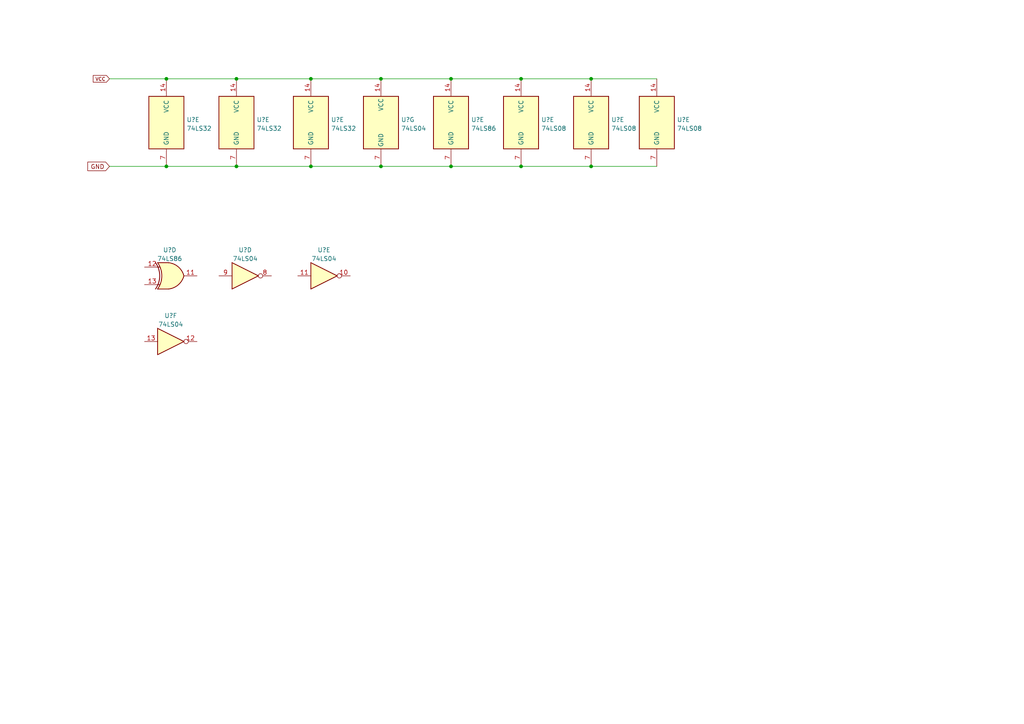
<source format=kicad_sch>
(kicad_sch (version 20211123) (generator eeschema)

  (uuid 5a96bc7d-12e7-49b1-b708-fb960b7caf3d)

  (paper "A4")

  (lib_symbols
    (symbol "74xx:74LS04" (in_bom yes) (on_board yes)
      (property "Reference" "U" (id 0) (at 0 1.27 0)
        (effects (font (size 1.27 1.27)))
      )
      (property "Value" "74LS04" (id 1) (at 0 -1.27 0)
        (effects (font (size 1.27 1.27)))
      )
      (property "Footprint" "" (id 2) (at 0 0 0)
        (effects (font (size 1.27 1.27)) hide)
      )
      (property "Datasheet" "http://www.ti.com/lit/gpn/sn74LS04" (id 3) (at 0 0 0)
        (effects (font (size 1.27 1.27)) hide)
      )
      (property "ki_locked" "" (id 4) (at 0 0 0)
        (effects (font (size 1.27 1.27)))
      )
      (property "ki_keywords" "TTL not inv" (id 5) (at 0 0 0)
        (effects (font (size 1.27 1.27)) hide)
      )
      (property "ki_description" "Hex Inverter" (id 6) (at 0 0 0)
        (effects (font (size 1.27 1.27)) hide)
      )
      (property "ki_fp_filters" "DIP*W7.62mm* SSOP?14* TSSOP?14*" (id 7) (at 0 0 0)
        (effects (font (size 1.27 1.27)) hide)
      )
      (symbol "74LS04_1_0"
        (polyline
          (pts
            (xy -3.81 3.81)
            (xy -3.81 -3.81)
            (xy 3.81 0)
            (xy -3.81 3.81)
          )
          (stroke (width 0.254) (type default) (color 0 0 0 0))
          (fill (type background))
        )
        (pin input line (at -7.62 0 0) (length 3.81)
          (name "~" (effects (font (size 1.27 1.27))))
          (number "1" (effects (font (size 1.27 1.27))))
        )
        (pin output inverted (at 7.62 0 180) (length 3.81)
          (name "~" (effects (font (size 1.27 1.27))))
          (number "2" (effects (font (size 1.27 1.27))))
        )
      )
      (symbol "74LS04_2_0"
        (polyline
          (pts
            (xy -3.81 3.81)
            (xy -3.81 -3.81)
            (xy 3.81 0)
            (xy -3.81 3.81)
          )
          (stroke (width 0.254) (type default) (color 0 0 0 0))
          (fill (type background))
        )
        (pin input line (at -7.62 0 0) (length 3.81)
          (name "~" (effects (font (size 1.27 1.27))))
          (number "3" (effects (font (size 1.27 1.27))))
        )
        (pin output inverted (at 7.62 0 180) (length 3.81)
          (name "~" (effects (font (size 1.27 1.27))))
          (number "4" (effects (font (size 1.27 1.27))))
        )
      )
      (symbol "74LS04_3_0"
        (polyline
          (pts
            (xy -3.81 3.81)
            (xy -3.81 -3.81)
            (xy 3.81 0)
            (xy -3.81 3.81)
          )
          (stroke (width 0.254) (type default) (color 0 0 0 0))
          (fill (type background))
        )
        (pin input line (at -7.62 0 0) (length 3.81)
          (name "~" (effects (font (size 1.27 1.27))))
          (number "5" (effects (font (size 1.27 1.27))))
        )
        (pin output inverted (at 7.62 0 180) (length 3.81)
          (name "~" (effects (font (size 1.27 1.27))))
          (number "6" (effects (font (size 1.27 1.27))))
        )
      )
      (symbol "74LS04_4_0"
        (polyline
          (pts
            (xy -3.81 3.81)
            (xy -3.81 -3.81)
            (xy 3.81 0)
            (xy -3.81 3.81)
          )
          (stroke (width 0.254) (type default) (color 0 0 0 0))
          (fill (type background))
        )
        (pin output inverted (at 7.62 0 180) (length 3.81)
          (name "~" (effects (font (size 1.27 1.27))))
          (number "8" (effects (font (size 1.27 1.27))))
        )
        (pin input line (at -7.62 0 0) (length 3.81)
          (name "~" (effects (font (size 1.27 1.27))))
          (number "9" (effects (font (size 1.27 1.27))))
        )
      )
      (symbol "74LS04_5_0"
        (polyline
          (pts
            (xy -3.81 3.81)
            (xy -3.81 -3.81)
            (xy 3.81 0)
            (xy -3.81 3.81)
          )
          (stroke (width 0.254) (type default) (color 0 0 0 0))
          (fill (type background))
        )
        (pin output inverted (at 7.62 0 180) (length 3.81)
          (name "~" (effects (font (size 1.27 1.27))))
          (number "10" (effects (font (size 1.27 1.27))))
        )
        (pin input line (at -7.62 0 0) (length 3.81)
          (name "~" (effects (font (size 1.27 1.27))))
          (number "11" (effects (font (size 1.27 1.27))))
        )
      )
      (symbol "74LS04_6_0"
        (polyline
          (pts
            (xy -3.81 3.81)
            (xy -3.81 -3.81)
            (xy 3.81 0)
            (xy -3.81 3.81)
          )
          (stroke (width 0.254) (type default) (color 0 0 0 0))
          (fill (type background))
        )
        (pin output inverted (at 7.62 0 180) (length 3.81)
          (name "~" (effects (font (size 1.27 1.27))))
          (number "12" (effects (font (size 1.27 1.27))))
        )
        (pin input line (at -7.62 0 0) (length 3.81)
          (name "~" (effects (font (size 1.27 1.27))))
          (number "13" (effects (font (size 1.27 1.27))))
        )
      )
      (symbol "74LS04_7_0"
        (pin power_in line (at 0 12.7 270) (length 5.08)
          (name "VCC" (effects (font (size 1.27 1.27))))
          (number "14" (effects (font (size 1.27 1.27))))
        )
        (pin power_in line (at 0 -12.7 90) (length 5.08)
          (name "GND" (effects (font (size 1.27 1.27))))
          (number "7" (effects (font (size 1.27 1.27))))
        )
      )
      (symbol "74LS04_7_1"
        (rectangle (start -5.08 7.62) (end 5.08 -7.62)
          (stroke (width 0.254) (type default) (color 0 0 0 0))
          (fill (type background))
        )
      )
    )
    (symbol "74xx:74LS08" (pin_names (offset 1.016)) (in_bom yes) (on_board yes)
      (property "Reference" "U" (id 0) (at 0 1.27 0)
        (effects (font (size 1.27 1.27)))
      )
      (property "Value" "74LS08" (id 1) (at 0 -1.27 0)
        (effects (font (size 1.27 1.27)))
      )
      (property "Footprint" "" (id 2) (at 0 0 0)
        (effects (font (size 1.27 1.27)) hide)
      )
      (property "Datasheet" "http://www.ti.com/lit/gpn/sn74LS08" (id 3) (at 0 0 0)
        (effects (font (size 1.27 1.27)) hide)
      )
      (property "ki_locked" "" (id 4) (at 0 0 0)
        (effects (font (size 1.27 1.27)))
      )
      (property "ki_keywords" "TTL and2" (id 5) (at 0 0 0)
        (effects (font (size 1.27 1.27)) hide)
      )
      (property "ki_description" "Quad And2" (id 6) (at 0 0 0)
        (effects (font (size 1.27 1.27)) hide)
      )
      (property "ki_fp_filters" "DIP*W7.62mm*" (id 7) (at 0 0 0)
        (effects (font (size 1.27 1.27)) hide)
      )
      (symbol "74LS08_1_1"
        (arc (start 0 -3.81) (mid 3.81 0) (end 0 3.81)
          (stroke (width 0.254) (type default) (color 0 0 0 0))
          (fill (type background))
        )
        (polyline
          (pts
            (xy 0 3.81)
            (xy -3.81 3.81)
            (xy -3.81 -3.81)
            (xy 0 -3.81)
          )
          (stroke (width 0.254) (type default) (color 0 0 0 0))
          (fill (type background))
        )
        (pin input line (at -7.62 2.54 0) (length 3.81)
          (name "~" (effects (font (size 1.27 1.27))))
          (number "1" (effects (font (size 1.27 1.27))))
        )
        (pin input line (at -7.62 -2.54 0) (length 3.81)
          (name "~" (effects (font (size 1.27 1.27))))
          (number "2" (effects (font (size 1.27 1.27))))
        )
        (pin output line (at 7.62 0 180) (length 3.81)
          (name "~" (effects (font (size 1.27 1.27))))
          (number "3" (effects (font (size 1.27 1.27))))
        )
      )
      (symbol "74LS08_1_2"
        (arc (start -3.81 -3.81) (mid -2.589 0) (end -3.81 3.81)
          (stroke (width 0.254) (type default) (color 0 0 0 0))
          (fill (type none))
        )
        (arc (start -0.6096 -3.81) (mid 2.1842 -2.5851) (end 3.81 0)
          (stroke (width 0.254) (type default) (color 0 0 0 0))
          (fill (type background))
        )
        (polyline
          (pts
            (xy -3.81 -3.81)
            (xy -0.635 -3.81)
          )
          (stroke (width 0.254) (type default) (color 0 0 0 0))
          (fill (type background))
        )
        (polyline
          (pts
            (xy -3.81 3.81)
            (xy -0.635 3.81)
          )
          (stroke (width 0.254) (type default) (color 0 0 0 0))
          (fill (type background))
        )
        (polyline
          (pts
            (xy -0.635 3.81)
            (xy -3.81 3.81)
            (xy -3.81 3.81)
            (xy -3.556 3.4036)
            (xy -3.0226 2.2606)
            (xy -2.6924 1.0414)
            (xy -2.6162 -0.254)
            (xy -2.7686 -1.4986)
            (xy -3.175 -2.7178)
            (xy -3.81 -3.81)
            (xy -3.81 -3.81)
            (xy -0.635 -3.81)
          )
          (stroke (width -25.4) (type default) (color 0 0 0 0))
          (fill (type background))
        )
        (arc (start 3.81 0) (mid 2.1915 2.5936) (end -0.6096 3.81)
          (stroke (width 0.254) (type default) (color 0 0 0 0))
          (fill (type background))
        )
        (pin input inverted (at -7.62 2.54 0) (length 4.318)
          (name "~" (effects (font (size 1.27 1.27))))
          (number "1" (effects (font (size 1.27 1.27))))
        )
        (pin input inverted (at -7.62 -2.54 0) (length 4.318)
          (name "~" (effects (font (size 1.27 1.27))))
          (number "2" (effects (font (size 1.27 1.27))))
        )
        (pin output inverted (at 7.62 0 180) (length 3.81)
          (name "~" (effects (font (size 1.27 1.27))))
          (number "3" (effects (font (size 1.27 1.27))))
        )
      )
      (symbol "74LS08_2_1"
        (arc (start 0 -3.81) (mid 3.81 0) (end 0 3.81)
          (stroke (width 0.254) (type default) (color 0 0 0 0))
          (fill (type background))
        )
        (polyline
          (pts
            (xy 0 3.81)
            (xy -3.81 3.81)
            (xy -3.81 -3.81)
            (xy 0 -3.81)
          )
          (stroke (width 0.254) (type default) (color 0 0 0 0))
          (fill (type background))
        )
        (pin input line (at -7.62 2.54 0) (length 3.81)
          (name "~" (effects (font (size 1.27 1.27))))
          (number "4" (effects (font (size 1.27 1.27))))
        )
        (pin input line (at -7.62 -2.54 0) (length 3.81)
          (name "~" (effects (font (size 1.27 1.27))))
          (number "5" (effects (font (size 1.27 1.27))))
        )
        (pin output line (at 7.62 0 180) (length 3.81)
          (name "~" (effects (font (size 1.27 1.27))))
          (number "6" (effects (font (size 1.27 1.27))))
        )
      )
      (symbol "74LS08_2_2"
        (arc (start -3.81 -3.81) (mid -2.589 0) (end -3.81 3.81)
          (stroke (width 0.254) (type default) (color 0 0 0 0))
          (fill (type none))
        )
        (arc (start -0.6096 -3.81) (mid 2.1842 -2.5851) (end 3.81 0)
          (stroke (width 0.254) (type default) (color 0 0 0 0))
          (fill (type background))
        )
        (polyline
          (pts
            (xy -3.81 -3.81)
            (xy -0.635 -3.81)
          )
          (stroke (width 0.254) (type default) (color 0 0 0 0))
          (fill (type background))
        )
        (polyline
          (pts
            (xy -3.81 3.81)
            (xy -0.635 3.81)
          )
          (stroke (width 0.254) (type default) (color 0 0 0 0))
          (fill (type background))
        )
        (polyline
          (pts
            (xy -0.635 3.81)
            (xy -3.81 3.81)
            (xy -3.81 3.81)
            (xy -3.556 3.4036)
            (xy -3.0226 2.2606)
            (xy -2.6924 1.0414)
            (xy -2.6162 -0.254)
            (xy -2.7686 -1.4986)
            (xy -3.175 -2.7178)
            (xy -3.81 -3.81)
            (xy -3.81 -3.81)
            (xy -0.635 -3.81)
          )
          (stroke (width -25.4) (type default) (color 0 0 0 0))
          (fill (type background))
        )
        (arc (start 3.81 0) (mid 2.1915 2.5936) (end -0.6096 3.81)
          (stroke (width 0.254) (type default) (color 0 0 0 0))
          (fill (type background))
        )
        (pin input inverted (at -7.62 2.54 0) (length 4.318)
          (name "~" (effects (font (size 1.27 1.27))))
          (number "4" (effects (font (size 1.27 1.27))))
        )
        (pin input inverted (at -7.62 -2.54 0) (length 4.318)
          (name "~" (effects (font (size 1.27 1.27))))
          (number "5" (effects (font (size 1.27 1.27))))
        )
        (pin output inverted (at 7.62 0 180) (length 3.81)
          (name "~" (effects (font (size 1.27 1.27))))
          (number "6" (effects (font (size 1.27 1.27))))
        )
      )
      (symbol "74LS08_3_1"
        (arc (start 0 -3.81) (mid 3.81 0) (end 0 3.81)
          (stroke (width 0.254) (type default) (color 0 0 0 0))
          (fill (type background))
        )
        (polyline
          (pts
            (xy 0 3.81)
            (xy -3.81 3.81)
            (xy -3.81 -3.81)
            (xy 0 -3.81)
          )
          (stroke (width 0.254) (type default) (color 0 0 0 0))
          (fill (type background))
        )
        (pin input line (at -7.62 -2.54 0) (length 3.81)
          (name "~" (effects (font (size 1.27 1.27))))
          (number "10" (effects (font (size 1.27 1.27))))
        )
        (pin output line (at 7.62 0 180) (length 3.81)
          (name "~" (effects (font (size 1.27 1.27))))
          (number "8" (effects (font (size 1.27 1.27))))
        )
        (pin input line (at -7.62 2.54 0) (length 3.81)
          (name "~" (effects (font (size 1.27 1.27))))
          (number "9" (effects (font (size 1.27 1.27))))
        )
      )
      (symbol "74LS08_3_2"
        (arc (start -3.81 -3.81) (mid -2.589 0) (end -3.81 3.81)
          (stroke (width 0.254) (type default) (color 0 0 0 0))
          (fill (type none))
        )
        (arc (start -0.6096 -3.81) (mid 2.1842 -2.5851) (end 3.81 0)
          (stroke (width 0.254) (type default) (color 0 0 0 0))
          (fill (type background))
        )
        (polyline
          (pts
            (xy -3.81 -3.81)
            (xy -0.635 -3.81)
          )
          (stroke (width 0.254) (type default) (color 0 0 0 0))
          (fill (type background))
        )
        (polyline
          (pts
            (xy -3.81 3.81)
            (xy -0.635 3.81)
          )
          (stroke (width 0.254) (type default) (color 0 0 0 0))
          (fill (type background))
        )
        (polyline
          (pts
            (xy -0.635 3.81)
            (xy -3.81 3.81)
            (xy -3.81 3.81)
            (xy -3.556 3.4036)
            (xy -3.0226 2.2606)
            (xy -2.6924 1.0414)
            (xy -2.6162 -0.254)
            (xy -2.7686 -1.4986)
            (xy -3.175 -2.7178)
            (xy -3.81 -3.81)
            (xy -3.81 -3.81)
            (xy -0.635 -3.81)
          )
          (stroke (width -25.4) (type default) (color 0 0 0 0))
          (fill (type background))
        )
        (arc (start 3.81 0) (mid 2.1915 2.5936) (end -0.6096 3.81)
          (stroke (width 0.254) (type default) (color 0 0 0 0))
          (fill (type background))
        )
        (pin input inverted (at -7.62 -2.54 0) (length 4.318)
          (name "~" (effects (font (size 1.27 1.27))))
          (number "10" (effects (font (size 1.27 1.27))))
        )
        (pin output inverted (at 7.62 0 180) (length 3.81)
          (name "~" (effects (font (size 1.27 1.27))))
          (number "8" (effects (font (size 1.27 1.27))))
        )
        (pin input inverted (at -7.62 2.54 0) (length 4.318)
          (name "~" (effects (font (size 1.27 1.27))))
          (number "9" (effects (font (size 1.27 1.27))))
        )
      )
      (symbol "74LS08_4_1"
        (arc (start 0 -3.81) (mid 3.81 0) (end 0 3.81)
          (stroke (width 0.254) (type default) (color 0 0 0 0))
          (fill (type background))
        )
        (polyline
          (pts
            (xy 0 3.81)
            (xy -3.81 3.81)
            (xy -3.81 -3.81)
            (xy 0 -3.81)
          )
          (stroke (width 0.254) (type default) (color 0 0 0 0))
          (fill (type background))
        )
        (pin output line (at 7.62 0 180) (length 3.81)
          (name "~" (effects (font (size 1.27 1.27))))
          (number "11" (effects (font (size 1.27 1.27))))
        )
        (pin input line (at -7.62 2.54 0) (length 3.81)
          (name "~" (effects (font (size 1.27 1.27))))
          (number "12" (effects (font (size 1.27 1.27))))
        )
        (pin input line (at -7.62 -2.54 0) (length 3.81)
          (name "~" (effects (font (size 1.27 1.27))))
          (number "13" (effects (font (size 1.27 1.27))))
        )
      )
      (symbol "74LS08_4_2"
        (arc (start -3.81 -3.81) (mid -2.589 0) (end -3.81 3.81)
          (stroke (width 0.254) (type default) (color 0 0 0 0))
          (fill (type none))
        )
        (arc (start -0.6096 -3.81) (mid 2.1842 -2.5851) (end 3.81 0)
          (stroke (width 0.254) (type default) (color 0 0 0 0))
          (fill (type background))
        )
        (polyline
          (pts
            (xy -3.81 -3.81)
            (xy -0.635 -3.81)
          )
          (stroke (width 0.254) (type default) (color 0 0 0 0))
          (fill (type background))
        )
        (polyline
          (pts
            (xy -3.81 3.81)
            (xy -0.635 3.81)
          )
          (stroke (width 0.254) (type default) (color 0 0 0 0))
          (fill (type background))
        )
        (polyline
          (pts
            (xy -0.635 3.81)
            (xy -3.81 3.81)
            (xy -3.81 3.81)
            (xy -3.556 3.4036)
            (xy -3.0226 2.2606)
            (xy -2.6924 1.0414)
            (xy -2.6162 -0.254)
            (xy -2.7686 -1.4986)
            (xy -3.175 -2.7178)
            (xy -3.81 -3.81)
            (xy -3.81 -3.81)
            (xy -0.635 -3.81)
          )
          (stroke (width -25.4) (type default) (color 0 0 0 0))
          (fill (type background))
        )
        (arc (start 3.81 0) (mid 2.1915 2.5936) (end -0.6096 3.81)
          (stroke (width 0.254) (type default) (color 0 0 0 0))
          (fill (type background))
        )
        (pin output inverted (at 7.62 0 180) (length 3.81)
          (name "~" (effects (font (size 1.27 1.27))))
          (number "11" (effects (font (size 1.27 1.27))))
        )
        (pin input inverted (at -7.62 2.54 0) (length 4.318)
          (name "~" (effects (font (size 1.27 1.27))))
          (number "12" (effects (font (size 1.27 1.27))))
        )
        (pin input inverted (at -7.62 -2.54 0) (length 4.318)
          (name "~" (effects (font (size 1.27 1.27))))
          (number "13" (effects (font (size 1.27 1.27))))
        )
      )
      (symbol "74LS08_5_0"
        (pin power_in line (at 0 12.7 270) (length 5.08)
          (name "VCC" (effects (font (size 1.27 1.27))))
          (number "14" (effects (font (size 1.27 1.27))))
        )
        (pin power_in line (at 0 -12.7 90) (length 5.08)
          (name "GND" (effects (font (size 1.27 1.27))))
          (number "7" (effects (font (size 1.27 1.27))))
        )
      )
      (symbol "74LS08_5_1"
        (rectangle (start -5.08 7.62) (end 5.08 -7.62)
          (stroke (width 0.254) (type default) (color 0 0 0 0))
          (fill (type background))
        )
      )
    )
    (symbol "74xx:74LS32" (pin_names (offset 1.016)) (in_bom yes) (on_board yes)
      (property "Reference" "U" (id 0) (at 0 1.27 0)
        (effects (font (size 1.27 1.27)))
      )
      (property "Value" "74LS32" (id 1) (at 0 -1.27 0)
        (effects (font (size 1.27 1.27)))
      )
      (property "Footprint" "" (id 2) (at 0 0 0)
        (effects (font (size 1.27 1.27)) hide)
      )
      (property "Datasheet" "http://www.ti.com/lit/gpn/sn74LS32" (id 3) (at 0 0 0)
        (effects (font (size 1.27 1.27)) hide)
      )
      (property "ki_locked" "" (id 4) (at 0 0 0)
        (effects (font (size 1.27 1.27)))
      )
      (property "ki_keywords" "TTL Or2" (id 5) (at 0 0 0)
        (effects (font (size 1.27 1.27)) hide)
      )
      (property "ki_description" "Quad 2-input OR" (id 6) (at 0 0 0)
        (effects (font (size 1.27 1.27)) hide)
      )
      (property "ki_fp_filters" "DIP?14*" (id 7) (at 0 0 0)
        (effects (font (size 1.27 1.27)) hide)
      )
      (symbol "74LS32_1_1"
        (arc (start -3.81 -3.81) (mid -2.589 0) (end -3.81 3.81)
          (stroke (width 0.254) (type default) (color 0 0 0 0))
          (fill (type none))
        )
        (arc (start -0.6096 -3.81) (mid 2.1842 -2.5851) (end 3.81 0)
          (stroke (width 0.254) (type default) (color 0 0 0 0))
          (fill (type background))
        )
        (polyline
          (pts
            (xy -3.81 -3.81)
            (xy -0.635 -3.81)
          )
          (stroke (width 0.254) (type default) (color 0 0 0 0))
          (fill (type background))
        )
        (polyline
          (pts
            (xy -3.81 3.81)
            (xy -0.635 3.81)
          )
          (stroke (width 0.254) (type default) (color 0 0 0 0))
          (fill (type background))
        )
        (polyline
          (pts
            (xy -0.635 3.81)
            (xy -3.81 3.81)
            (xy -3.81 3.81)
            (xy -3.556 3.4036)
            (xy -3.0226 2.2606)
            (xy -2.6924 1.0414)
            (xy -2.6162 -0.254)
            (xy -2.7686 -1.4986)
            (xy -3.175 -2.7178)
            (xy -3.81 -3.81)
            (xy -3.81 -3.81)
            (xy -0.635 -3.81)
          )
          (stroke (width -25.4) (type default) (color 0 0 0 0))
          (fill (type background))
        )
        (arc (start 3.81 0) (mid 2.1915 2.5936) (end -0.6096 3.81)
          (stroke (width 0.254) (type default) (color 0 0 0 0))
          (fill (type background))
        )
        (pin input line (at -7.62 2.54 0) (length 4.318)
          (name "~" (effects (font (size 1.27 1.27))))
          (number "1" (effects (font (size 1.27 1.27))))
        )
        (pin input line (at -7.62 -2.54 0) (length 4.318)
          (name "~" (effects (font (size 1.27 1.27))))
          (number "2" (effects (font (size 1.27 1.27))))
        )
        (pin output line (at 7.62 0 180) (length 3.81)
          (name "~" (effects (font (size 1.27 1.27))))
          (number "3" (effects (font (size 1.27 1.27))))
        )
      )
      (symbol "74LS32_1_2"
        (arc (start 0 -3.81) (mid 3.81 0) (end 0 3.81)
          (stroke (width 0.254) (type default) (color 0 0 0 0))
          (fill (type background))
        )
        (polyline
          (pts
            (xy 0 3.81)
            (xy -3.81 3.81)
            (xy -3.81 -3.81)
            (xy 0 -3.81)
          )
          (stroke (width 0.254) (type default) (color 0 0 0 0))
          (fill (type background))
        )
        (pin input inverted (at -7.62 2.54 0) (length 3.81)
          (name "~" (effects (font (size 1.27 1.27))))
          (number "1" (effects (font (size 1.27 1.27))))
        )
        (pin input inverted (at -7.62 -2.54 0) (length 3.81)
          (name "~" (effects (font (size 1.27 1.27))))
          (number "2" (effects (font (size 1.27 1.27))))
        )
        (pin output inverted (at 7.62 0 180) (length 3.81)
          (name "~" (effects (font (size 1.27 1.27))))
          (number "3" (effects (font (size 1.27 1.27))))
        )
      )
      (symbol "74LS32_2_1"
        (arc (start -3.81 -3.81) (mid -2.589 0) (end -3.81 3.81)
          (stroke (width 0.254) (type default) (color 0 0 0 0))
          (fill (type none))
        )
        (arc (start -0.6096 -3.81) (mid 2.1842 -2.5851) (end 3.81 0)
          (stroke (width 0.254) (type default) (color 0 0 0 0))
          (fill (type background))
        )
        (polyline
          (pts
            (xy -3.81 -3.81)
            (xy -0.635 -3.81)
          )
          (stroke (width 0.254) (type default) (color 0 0 0 0))
          (fill (type background))
        )
        (polyline
          (pts
            (xy -3.81 3.81)
            (xy -0.635 3.81)
          )
          (stroke (width 0.254) (type default) (color 0 0 0 0))
          (fill (type background))
        )
        (polyline
          (pts
            (xy -0.635 3.81)
            (xy -3.81 3.81)
            (xy -3.81 3.81)
            (xy -3.556 3.4036)
            (xy -3.0226 2.2606)
            (xy -2.6924 1.0414)
            (xy -2.6162 -0.254)
            (xy -2.7686 -1.4986)
            (xy -3.175 -2.7178)
            (xy -3.81 -3.81)
            (xy -3.81 -3.81)
            (xy -0.635 -3.81)
          )
          (stroke (width -25.4) (type default) (color 0 0 0 0))
          (fill (type background))
        )
        (arc (start 3.81 0) (mid 2.1915 2.5936) (end -0.6096 3.81)
          (stroke (width 0.254) (type default) (color 0 0 0 0))
          (fill (type background))
        )
        (pin input line (at -7.62 2.54 0) (length 4.318)
          (name "~" (effects (font (size 1.27 1.27))))
          (number "4" (effects (font (size 1.27 1.27))))
        )
        (pin input line (at -7.62 -2.54 0) (length 4.318)
          (name "~" (effects (font (size 1.27 1.27))))
          (number "5" (effects (font (size 1.27 1.27))))
        )
        (pin output line (at 7.62 0 180) (length 3.81)
          (name "~" (effects (font (size 1.27 1.27))))
          (number "6" (effects (font (size 1.27 1.27))))
        )
      )
      (symbol "74LS32_2_2"
        (arc (start 0 -3.81) (mid 3.81 0) (end 0 3.81)
          (stroke (width 0.254) (type default) (color 0 0 0 0))
          (fill (type background))
        )
        (polyline
          (pts
            (xy 0 3.81)
            (xy -3.81 3.81)
            (xy -3.81 -3.81)
            (xy 0 -3.81)
          )
          (stroke (width 0.254) (type default) (color 0 0 0 0))
          (fill (type background))
        )
        (pin input inverted (at -7.62 2.54 0) (length 3.81)
          (name "~" (effects (font (size 1.27 1.27))))
          (number "4" (effects (font (size 1.27 1.27))))
        )
        (pin input inverted (at -7.62 -2.54 0) (length 3.81)
          (name "~" (effects (font (size 1.27 1.27))))
          (number "5" (effects (font (size 1.27 1.27))))
        )
        (pin output inverted (at 7.62 0 180) (length 3.81)
          (name "~" (effects (font (size 1.27 1.27))))
          (number "6" (effects (font (size 1.27 1.27))))
        )
      )
      (symbol "74LS32_3_1"
        (arc (start -3.81 -3.81) (mid -2.589 0) (end -3.81 3.81)
          (stroke (width 0.254) (type default) (color 0 0 0 0))
          (fill (type none))
        )
        (arc (start -0.6096 -3.81) (mid 2.1842 -2.5851) (end 3.81 0)
          (stroke (width 0.254) (type default) (color 0 0 0 0))
          (fill (type background))
        )
        (polyline
          (pts
            (xy -3.81 -3.81)
            (xy -0.635 -3.81)
          )
          (stroke (width 0.254) (type default) (color 0 0 0 0))
          (fill (type background))
        )
        (polyline
          (pts
            (xy -3.81 3.81)
            (xy -0.635 3.81)
          )
          (stroke (width 0.254) (type default) (color 0 0 0 0))
          (fill (type background))
        )
        (polyline
          (pts
            (xy -0.635 3.81)
            (xy -3.81 3.81)
            (xy -3.81 3.81)
            (xy -3.556 3.4036)
            (xy -3.0226 2.2606)
            (xy -2.6924 1.0414)
            (xy -2.6162 -0.254)
            (xy -2.7686 -1.4986)
            (xy -3.175 -2.7178)
            (xy -3.81 -3.81)
            (xy -3.81 -3.81)
            (xy -0.635 -3.81)
          )
          (stroke (width -25.4) (type default) (color 0 0 0 0))
          (fill (type background))
        )
        (arc (start 3.81 0) (mid 2.1915 2.5936) (end -0.6096 3.81)
          (stroke (width 0.254) (type default) (color 0 0 0 0))
          (fill (type background))
        )
        (pin input line (at -7.62 -2.54 0) (length 4.318)
          (name "~" (effects (font (size 1.27 1.27))))
          (number "10" (effects (font (size 1.27 1.27))))
        )
        (pin output line (at 7.62 0 180) (length 3.81)
          (name "~" (effects (font (size 1.27 1.27))))
          (number "8" (effects (font (size 1.27 1.27))))
        )
        (pin input line (at -7.62 2.54 0) (length 4.318)
          (name "~" (effects (font (size 1.27 1.27))))
          (number "9" (effects (font (size 1.27 1.27))))
        )
      )
      (symbol "74LS32_3_2"
        (arc (start 0 -3.81) (mid 3.81 0) (end 0 3.81)
          (stroke (width 0.254) (type default) (color 0 0 0 0))
          (fill (type background))
        )
        (polyline
          (pts
            (xy 0 3.81)
            (xy -3.81 3.81)
            (xy -3.81 -3.81)
            (xy 0 -3.81)
          )
          (stroke (width 0.254) (type default) (color 0 0 0 0))
          (fill (type background))
        )
        (pin input inverted (at -7.62 -2.54 0) (length 3.81)
          (name "~" (effects (font (size 1.27 1.27))))
          (number "10" (effects (font (size 1.27 1.27))))
        )
        (pin output inverted (at 7.62 0 180) (length 3.81)
          (name "~" (effects (font (size 1.27 1.27))))
          (number "8" (effects (font (size 1.27 1.27))))
        )
        (pin input inverted (at -7.62 2.54 0) (length 3.81)
          (name "~" (effects (font (size 1.27 1.27))))
          (number "9" (effects (font (size 1.27 1.27))))
        )
      )
      (symbol "74LS32_4_1"
        (arc (start -3.81 -3.81) (mid -2.589 0) (end -3.81 3.81)
          (stroke (width 0.254) (type default) (color 0 0 0 0))
          (fill (type none))
        )
        (arc (start -0.6096 -3.81) (mid 2.1842 -2.5851) (end 3.81 0)
          (stroke (width 0.254) (type default) (color 0 0 0 0))
          (fill (type background))
        )
        (polyline
          (pts
            (xy -3.81 -3.81)
            (xy -0.635 -3.81)
          )
          (stroke (width 0.254) (type default) (color 0 0 0 0))
          (fill (type background))
        )
        (polyline
          (pts
            (xy -3.81 3.81)
            (xy -0.635 3.81)
          )
          (stroke (width 0.254) (type default) (color 0 0 0 0))
          (fill (type background))
        )
        (polyline
          (pts
            (xy -0.635 3.81)
            (xy -3.81 3.81)
            (xy -3.81 3.81)
            (xy -3.556 3.4036)
            (xy -3.0226 2.2606)
            (xy -2.6924 1.0414)
            (xy -2.6162 -0.254)
            (xy -2.7686 -1.4986)
            (xy -3.175 -2.7178)
            (xy -3.81 -3.81)
            (xy -3.81 -3.81)
            (xy -0.635 -3.81)
          )
          (stroke (width -25.4) (type default) (color 0 0 0 0))
          (fill (type background))
        )
        (arc (start 3.81 0) (mid 2.1915 2.5936) (end -0.6096 3.81)
          (stroke (width 0.254) (type default) (color 0 0 0 0))
          (fill (type background))
        )
        (pin output line (at 7.62 0 180) (length 3.81)
          (name "~" (effects (font (size 1.27 1.27))))
          (number "11" (effects (font (size 1.27 1.27))))
        )
        (pin input line (at -7.62 2.54 0) (length 4.318)
          (name "~" (effects (font (size 1.27 1.27))))
          (number "12" (effects (font (size 1.27 1.27))))
        )
        (pin input line (at -7.62 -2.54 0) (length 4.318)
          (name "~" (effects (font (size 1.27 1.27))))
          (number "13" (effects (font (size 1.27 1.27))))
        )
      )
      (symbol "74LS32_4_2"
        (arc (start 0 -3.81) (mid 3.81 0) (end 0 3.81)
          (stroke (width 0.254) (type default) (color 0 0 0 0))
          (fill (type background))
        )
        (polyline
          (pts
            (xy 0 3.81)
            (xy -3.81 3.81)
            (xy -3.81 -3.81)
            (xy 0 -3.81)
          )
          (stroke (width 0.254) (type default) (color 0 0 0 0))
          (fill (type background))
        )
        (pin output inverted (at 7.62 0 180) (length 3.81)
          (name "~" (effects (font (size 1.27 1.27))))
          (number "11" (effects (font (size 1.27 1.27))))
        )
        (pin input inverted (at -7.62 2.54 0) (length 3.81)
          (name "~" (effects (font (size 1.27 1.27))))
          (number "12" (effects (font (size 1.27 1.27))))
        )
        (pin input inverted (at -7.62 -2.54 0) (length 3.81)
          (name "~" (effects (font (size 1.27 1.27))))
          (number "13" (effects (font (size 1.27 1.27))))
        )
      )
      (symbol "74LS32_5_0"
        (pin power_in line (at 0 12.7 270) (length 5.08)
          (name "VCC" (effects (font (size 1.27 1.27))))
          (number "14" (effects (font (size 1.27 1.27))))
        )
        (pin power_in line (at 0 -12.7 90) (length 5.08)
          (name "GND" (effects (font (size 1.27 1.27))))
          (number "7" (effects (font (size 1.27 1.27))))
        )
      )
      (symbol "74LS32_5_1"
        (rectangle (start -5.08 7.62) (end 5.08 -7.62)
          (stroke (width 0.254) (type default) (color 0 0 0 0))
          (fill (type background))
        )
      )
    )
    (symbol "74xx:74LS86" (pin_names (offset 1.016)) (in_bom yes) (on_board yes)
      (property "Reference" "U" (id 0) (at 0 1.27 0)
        (effects (font (size 1.27 1.27)))
      )
      (property "Value" "74LS86" (id 1) (at 0 -1.27 0)
        (effects (font (size 1.27 1.27)))
      )
      (property "Footprint" "" (id 2) (at 0 0 0)
        (effects (font (size 1.27 1.27)) hide)
      )
      (property "Datasheet" "74xx/74ls86.pdf" (id 3) (at 0 0 0)
        (effects (font (size 1.27 1.27)) hide)
      )
      (property "ki_locked" "" (id 4) (at 0 0 0)
        (effects (font (size 1.27 1.27)))
      )
      (property "ki_keywords" "TTL XOR2" (id 5) (at 0 0 0)
        (effects (font (size 1.27 1.27)) hide)
      )
      (property "ki_description" "Quad 2-input XOR" (id 6) (at 0 0 0)
        (effects (font (size 1.27 1.27)) hide)
      )
      (property "ki_fp_filters" "DIP*W7.62mm*" (id 7) (at 0 0 0)
        (effects (font (size 1.27 1.27)) hide)
      )
      (symbol "74LS86_1_0"
        (arc (start -4.4196 -3.81) (mid -3.2033 0) (end -4.4196 3.81)
          (stroke (width 0.254) (type default) (color 0 0 0 0))
          (fill (type none))
        )
        (arc (start -3.81 -3.81) (mid -2.589 0) (end -3.81 3.81)
          (stroke (width 0.254) (type default) (color 0 0 0 0))
          (fill (type none))
        )
        (arc (start -0.6096 -3.81) (mid 2.1842 -2.5851) (end 3.81 0)
          (stroke (width 0.254) (type default) (color 0 0 0 0))
          (fill (type background))
        )
        (polyline
          (pts
            (xy -3.81 -3.81)
            (xy -0.635 -3.81)
          )
          (stroke (width 0.254) (type default) (color 0 0 0 0))
          (fill (type background))
        )
        (polyline
          (pts
            (xy -3.81 3.81)
            (xy -0.635 3.81)
          )
          (stroke (width 0.254) (type default) (color 0 0 0 0))
          (fill (type background))
        )
        (polyline
          (pts
            (xy -0.635 3.81)
            (xy -3.81 3.81)
            (xy -3.81 3.81)
            (xy -3.556 3.4036)
            (xy -3.0226 2.2606)
            (xy -2.6924 1.0414)
            (xy -2.6162 -0.254)
            (xy -2.7686 -1.4986)
            (xy -3.175 -2.7178)
            (xy -3.81 -3.81)
            (xy -3.81 -3.81)
            (xy -0.635 -3.81)
          )
          (stroke (width -25.4) (type default) (color 0 0 0 0))
          (fill (type background))
        )
        (arc (start 3.81 0) (mid 2.1915 2.5936) (end -0.6096 3.81)
          (stroke (width 0.254) (type default) (color 0 0 0 0))
          (fill (type background))
        )
        (pin input line (at -7.62 2.54 0) (length 4.445)
          (name "~" (effects (font (size 1.27 1.27))))
          (number "1" (effects (font (size 1.27 1.27))))
        )
        (pin input line (at -7.62 -2.54 0) (length 4.445)
          (name "~" (effects (font (size 1.27 1.27))))
          (number "2" (effects (font (size 1.27 1.27))))
        )
        (pin output line (at 7.62 0 180) (length 3.81)
          (name "~" (effects (font (size 1.27 1.27))))
          (number "3" (effects (font (size 1.27 1.27))))
        )
      )
      (symbol "74LS86_1_1"
        (polyline
          (pts
            (xy -3.81 -2.54)
            (xy -3.175 -2.54)
          )
          (stroke (width 0.1524) (type default) (color 0 0 0 0))
          (fill (type none))
        )
        (polyline
          (pts
            (xy -3.81 2.54)
            (xy -3.175 2.54)
          )
          (stroke (width 0.1524) (type default) (color 0 0 0 0))
          (fill (type none))
        )
      )
      (symbol "74LS86_2_0"
        (arc (start -4.4196 -3.81) (mid -3.2033 0) (end -4.4196 3.81)
          (stroke (width 0.254) (type default) (color 0 0 0 0))
          (fill (type none))
        )
        (arc (start -3.81 -3.81) (mid -2.589 0) (end -3.81 3.81)
          (stroke (width 0.254) (type default) (color 0 0 0 0))
          (fill (type none))
        )
        (arc (start -0.6096 -3.81) (mid 2.1842 -2.5851) (end 3.81 0)
          (stroke (width 0.254) (type default) (color 0 0 0 0))
          (fill (type background))
        )
        (polyline
          (pts
            (xy -3.81 -3.81)
            (xy -0.635 -3.81)
          )
          (stroke (width 0.254) (type default) (color 0 0 0 0))
          (fill (type background))
        )
        (polyline
          (pts
            (xy -3.81 3.81)
            (xy -0.635 3.81)
          )
          (stroke (width 0.254) (type default) (color 0 0 0 0))
          (fill (type background))
        )
        (polyline
          (pts
            (xy -0.635 3.81)
            (xy -3.81 3.81)
            (xy -3.81 3.81)
            (xy -3.556 3.4036)
            (xy -3.0226 2.2606)
            (xy -2.6924 1.0414)
            (xy -2.6162 -0.254)
            (xy -2.7686 -1.4986)
            (xy -3.175 -2.7178)
            (xy -3.81 -3.81)
            (xy -3.81 -3.81)
            (xy -0.635 -3.81)
          )
          (stroke (width -25.4) (type default) (color 0 0 0 0))
          (fill (type background))
        )
        (arc (start 3.81 0) (mid 2.1915 2.5936) (end -0.6096 3.81)
          (stroke (width 0.254) (type default) (color 0 0 0 0))
          (fill (type background))
        )
        (pin input line (at -7.62 2.54 0) (length 4.445)
          (name "~" (effects (font (size 1.27 1.27))))
          (number "4" (effects (font (size 1.27 1.27))))
        )
        (pin input line (at -7.62 -2.54 0) (length 4.445)
          (name "~" (effects (font (size 1.27 1.27))))
          (number "5" (effects (font (size 1.27 1.27))))
        )
        (pin output line (at 7.62 0 180) (length 3.81)
          (name "~" (effects (font (size 1.27 1.27))))
          (number "6" (effects (font (size 1.27 1.27))))
        )
      )
      (symbol "74LS86_2_1"
        (polyline
          (pts
            (xy -3.81 -2.54)
            (xy -3.175 -2.54)
          )
          (stroke (width 0.1524) (type default) (color 0 0 0 0))
          (fill (type none))
        )
        (polyline
          (pts
            (xy -3.81 2.54)
            (xy -3.175 2.54)
          )
          (stroke (width 0.1524) (type default) (color 0 0 0 0))
          (fill (type none))
        )
      )
      (symbol "74LS86_3_0"
        (arc (start -4.4196 -3.81) (mid -3.2033 0) (end -4.4196 3.81)
          (stroke (width 0.254) (type default) (color 0 0 0 0))
          (fill (type none))
        )
        (arc (start -3.81 -3.81) (mid -2.589 0) (end -3.81 3.81)
          (stroke (width 0.254) (type default) (color 0 0 0 0))
          (fill (type none))
        )
        (arc (start -0.6096 -3.81) (mid 2.1842 -2.5851) (end 3.81 0)
          (stroke (width 0.254) (type default) (color 0 0 0 0))
          (fill (type background))
        )
        (polyline
          (pts
            (xy -3.81 -3.81)
            (xy -0.635 -3.81)
          )
          (stroke (width 0.254) (type default) (color 0 0 0 0))
          (fill (type background))
        )
        (polyline
          (pts
            (xy -3.81 3.81)
            (xy -0.635 3.81)
          )
          (stroke (width 0.254) (type default) (color 0 0 0 0))
          (fill (type background))
        )
        (polyline
          (pts
            (xy -0.635 3.81)
            (xy -3.81 3.81)
            (xy -3.81 3.81)
            (xy -3.556 3.4036)
            (xy -3.0226 2.2606)
            (xy -2.6924 1.0414)
            (xy -2.6162 -0.254)
            (xy -2.7686 -1.4986)
            (xy -3.175 -2.7178)
            (xy -3.81 -3.81)
            (xy -3.81 -3.81)
            (xy -0.635 -3.81)
          )
          (stroke (width -25.4) (type default) (color 0 0 0 0))
          (fill (type background))
        )
        (arc (start 3.81 0) (mid 2.1915 2.5936) (end -0.6096 3.81)
          (stroke (width 0.254) (type default) (color 0 0 0 0))
          (fill (type background))
        )
        (pin input line (at -7.62 -2.54 0) (length 4.445)
          (name "~" (effects (font (size 1.27 1.27))))
          (number "10" (effects (font (size 1.27 1.27))))
        )
        (pin output line (at 7.62 0 180) (length 3.81)
          (name "~" (effects (font (size 1.27 1.27))))
          (number "8" (effects (font (size 1.27 1.27))))
        )
        (pin input line (at -7.62 2.54 0) (length 4.445)
          (name "~" (effects (font (size 1.27 1.27))))
          (number "9" (effects (font (size 1.27 1.27))))
        )
      )
      (symbol "74LS86_3_1"
        (polyline
          (pts
            (xy -3.81 -2.54)
            (xy -3.175 -2.54)
          )
          (stroke (width 0.1524) (type default) (color 0 0 0 0))
          (fill (type none))
        )
        (polyline
          (pts
            (xy -3.81 2.54)
            (xy -3.175 2.54)
          )
          (stroke (width 0.1524) (type default) (color 0 0 0 0))
          (fill (type none))
        )
      )
      (symbol "74LS86_4_0"
        (arc (start -4.4196 -3.81) (mid -3.2033 0) (end -4.4196 3.81)
          (stroke (width 0.254) (type default) (color 0 0 0 0))
          (fill (type none))
        )
        (arc (start -3.81 -3.81) (mid -2.589 0) (end -3.81 3.81)
          (stroke (width 0.254) (type default) (color 0 0 0 0))
          (fill (type none))
        )
        (arc (start -0.6096 -3.81) (mid 2.1842 -2.5851) (end 3.81 0)
          (stroke (width 0.254) (type default) (color 0 0 0 0))
          (fill (type background))
        )
        (polyline
          (pts
            (xy -3.81 -3.81)
            (xy -0.635 -3.81)
          )
          (stroke (width 0.254) (type default) (color 0 0 0 0))
          (fill (type background))
        )
        (polyline
          (pts
            (xy -3.81 3.81)
            (xy -0.635 3.81)
          )
          (stroke (width 0.254) (type default) (color 0 0 0 0))
          (fill (type background))
        )
        (polyline
          (pts
            (xy -0.635 3.81)
            (xy -3.81 3.81)
            (xy -3.81 3.81)
            (xy -3.556 3.4036)
            (xy -3.0226 2.2606)
            (xy -2.6924 1.0414)
            (xy -2.6162 -0.254)
            (xy -2.7686 -1.4986)
            (xy -3.175 -2.7178)
            (xy -3.81 -3.81)
            (xy -3.81 -3.81)
            (xy -0.635 -3.81)
          )
          (stroke (width -25.4) (type default) (color 0 0 0 0))
          (fill (type background))
        )
        (arc (start 3.81 0) (mid 2.1915 2.5936) (end -0.6096 3.81)
          (stroke (width 0.254) (type default) (color 0 0 0 0))
          (fill (type background))
        )
        (pin output line (at 7.62 0 180) (length 3.81)
          (name "~" (effects (font (size 1.27 1.27))))
          (number "11" (effects (font (size 1.27 1.27))))
        )
        (pin input line (at -7.62 2.54 0) (length 4.445)
          (name "~" (effects (font (size 1.27 1.27))))
          (number "12" (effects (font (size 1.27 1.27))))
        )
        (pin input line (at -7.62 -2.54 0) (length 4.445)
          (name "~" (effects (font (size 1.27 1.27))))
          (number "13" (effects (font (size 1.27 1.27))))
        )
      )
      (symbol "74LS86_4_1"
        (polyline
          (pts
            (xy -3.81 -2.54)
            (xy -3.175 -2.54)
          )
          (stroke (width 0.1524) (type default) (color 0 0 0 0))
          (fill (type none))
        )
        (polyline
          (pts
            (xy -3.81 2.54)
            (xy -3.175 2.54)
          )
          (stroke (width 0.1524) (type default) (color 0 0 0 0))
          (fill (type none))
        )
      )
      (symbol "74LS86_5_0"
        (pin power_in line (at 0 12.7 270) (length 5.08)
          (name "VCC" (effects (font (size 1.27 1.27))))
          (number "14" (effects (font (size 1.27 1.27))))
        )
        (pin power_in line (at 0 -12.7 90) (length 5.08)
          (name "GND" (effects (font (size 1.27 1.27))))
          (number "7" (effects (font (size 1.27 1.27))))
        )
      )
      (symbol "74LS86_5_1"
        (rectangle (start -5.08 7.62) (end 5.08 -7.62)
          (stroke (width 0.254) (type default) (color 0 0 0 0))
          (fill (type background))
        )
      )
    )
  )

  (junction (at 171.45 22.86) (diameter 0) (color 0 0 0 0)
    (uuid 1ef0e548-3624-40e3-8419-eddbc80b9cd7)
  )
  (junction (at 110.49 48.26) (diameter 0) (color 0 0 0 0)
    (uuid 212d5eb1-d328-4ece-9db3-9f23e8811acd)
  )
  (junction (at 90.17 48.26) (diameter 0) (color 0 0 0 0)
    (uuid 23043d58-3a55-428d-88f1-11395c7e8e71)
  )
  (junction (at 130.81 22.86) (diameter 0) (color 0 0 0 0)
    (uuid 30b14a9c-dc0d-4e3e-97d0-b9d636b00b76)
  )
  (junction (at 130.81 48.26) (diameter 0) (color 0 0 0 0)
    (uuid 427bb15f-dc54-41d5-9938-f1e0088615af)
  )
  (junction (at 48.26 22.86) (diameter 0) (color 0 0 0 0)
    (uuid 8b73982f-935c-4a54-92e4-ce13e13d7e9a)
  )
  (junction (at 90.17 22.86) (diameter 0) (color 0 0 0 0)
    (uuid 9001cae7-ff6f-42e2-b638-4381155d62d2)
  )
  (junction (at 151.13 48.26) (diameter 0) (color 0 0 0 0)
    (uuid a563c6a5-0283-4c9c-a138-9349c20d0d1c)
  )
  (junction (at 151.13 22.86) (diameter 0) (color 0 0 0 0)
    (uuid baf9f5ab-3154-4476-b0a7-f59b89452740)
  )
  (junction (at 110.49 22.86) (diameter 0) (color 0 0 0 0)
    (uuid bcc3acd2-5b71-4d4b-9437-80b119b0b827)
  )
  (junction (at 171.45 48.26) (diameter 0) (color 0 0 0 0)
    (uuid ca02838b-37db-493f-89b5-714e0883b021)
  )
  (junction (at 68.58 22.86) (diameter 0) (color 0 0 0 0)
    (uuid d17b3369-37de-4777-a360-eafba4c60dfd)
  )
  (junction (at 68.58 48.26) (diameter 0) (color 0 0 0 0)
    (uuid fb280866-dddd-4338-a129-a7f1639dfaa7)
  )
  (junction (at 48.26 48.26) (diameter 0) (color 0 0 0 0)
    (uuid fe743dfe-323e-4785-8cda-b164f5a02ded)
  )

  (wire (pts (xy 151.13 48.26) (xy 171.45 48.26))
    (stroke (width 0) (type default) (color 0 0 0 0))
    (uuid 09501a64-75f8-4e53-81da-47e98a77fed8)
  )
  (wire (pts (xy 31.75 48.26) (xy 48.26 48.26))
    (stroke (width 0) (type default) (color 0 0 0 0))
    (uuid 28f1788a-ffb6-4236-a1ed-80ae1753c799)
  )
  (wire (pts (xy 90.17 48.26) (xy 110.49 48.26))
    (stroke (width 0) (type default) (color 0 0 0 0))
    (uuid 33517ad7-8dd7-48d0-ae5a-93a7e67477fd)
  )
  (wire (pts (xy 151.13 22.86) (xy 171.45 22.86))
    (stroke (width 0) (type default) (color 0 0 0 0))
    (uuid 4871c71c-c766-43f4-a5a8-d96ebc4f80f0)
  )
  (wire (pts (xy 31.75 22.86) (xy 48.26 22.86))
    (stroke (width 0) (type default) (color 0 0 0 0))
    (uuid 48ab0f0b-e863-4c5e-b74f-705569441283)
  )
  (wire (pts (xy 48.26 22.86) (xy 68.58 22.86))
    (stroke (width 0) (type default) (color 0 0 0 0))
    (uuid 5336f946-f059-4c44-a4d0-7e6ffafa8939)
  )
  (wire (pts (xy 90.17 22.86) (xy 110.49 22.86))
    (stroke (width 0) (type default) (color 0 0 0 0))
    (uuid 7036135a-3408-49cd-a3c7-d418852b63a2)
  )
  (wire (pts (xy 171.45 48.26) (xy 190.5 48.26))
    (stroke (width 0) (type default) (color 0 0 0 0))
    (uuid 8bebe6d9-d84f-446c-8752-58288d1cef26)
  )
  (wire (pts (xy 48.26 48.26) (xy 68.58 48.26))
    (stroke (width 0) (type default) (color 0 0 0 0))
    (uuid a523ca50-106b-43f8-b190-b611ed7378d5)
  )
  (wire (pts (xy 68.58 22.86) (xy 90.17 22.86))
    (stroke (width 0) (type default) (color 0 0 0 0))
    (uuid b1efbb01-026f-46c4-bb5f-160f392c0a99)
  )
  (wire (pts (xy 130.81 48.26) (xy 151.13 48.26))
    (stroke (width 0) (type default) (color 0 0 0 0))
    (uuid b83abaf8-0d52-4212-92e9-5677f8893a3a)
  )
  (wire (pts (xy 68.58 48.26) (xy 90.17 48.26))
    (stroke (width 0) (type default) (color 0 0 0 0))
    (uuid beffc7d1-045a-4faa-afeb-3a98288d9310)
  )
  (wire (pts (xy 110.49 48.26) (xy 130.81 48.26))
    (stroke (width 0) (type default) (color 0 0 0 0))
    (uuid c2f70c63-6ac7-40ac-85bc-8cc8cc3553d6)
  )
  (wire (pts (xy 171.45 22.86) (xy 190.5 22.86))
    (stroke (width 0) (type default) (color 0 0 0 0))
    (uuid d0095b21-bc6b-476e-b4ee-680aeab33d97)
  )
  (wire (pts (xy 110.49 22.86) (xy 130.81 22.86))
    (stroke (width 0) (type default) (color 0 0 0 0))
    (uuid d6647538-d1e8-47a5-8322-b1598d931c88)
  )
  (wire (pts (xy 130.81 22.86) (xy 151.13 22.86))
    (stroke (width 0) (type default) (color 0 0 0 0))
    (uuid fd3a62f2-2ec6-4184-bba3-c9c91ce7c611)
  )

  (global_label "GND" (shape input) (at 31.75 48.26 180) (fields_autoplaced)
    (effects (font (size 1.27 1.27)) (justify right))
    (uuid 0775038d-dfa5-40a7-a59d-2c96790c2fbd)
    (property "Intersheet References" "${INTERSHEET_REFS}" (id 0) (at -40.64 -83.82 0)
      (effects (font (size 1.27 1.27)) hide)
    )
  )
  (global_label "VCC" (shape input) (at 31.75 22.86 180) (fields_autoplaced)
    (effects (font (size 0.9906 0.9906)) (justify right))
    (uuid 4bd4c8f8-c839-4331-9b5e-1bbeeaba5034)
    (property "Intersheet References" "${INTERSHEET_REFS}" (id 0) (at -128.27 -100.33 0)
      (effects (font (size 1.27 1.27)) hide)
    )
  )

  (symbol (lib_id "74xx:74LS08") (at 190.5 35.56 0) (unit 5)
    (in_bom yes) (on_board yes) (fields_autoplaced)
    (uuid 0497155d-eaec-4672-aaa0-b10beb59fcc0)
    (property "Reference" "U?" (id 0) (at 196.342 34.7253 0)
      (effects (font (size 1.27 1.27)) (justify left))
    )
    (property "Value" "74LS08" (id 1) (at 196.342 37.2622 0)
      (effects (font (size 1.27 1.27)) (justify left))
    )
    (property "Footprint" "" (id 2) (at 190.5 35.56 0)
      (effects (font (size 1.27 1.27)) hide)
    )
    (property "Datasheet" "http://www.ti.com/lit/gpn/sn74LS08" (id 3) (at 190.5 35.56 0)
      (effects (font (size 1.27 1.27)) hide)
    )
    (pin "1" (uuid 0379caec-bdde-44ab-8801-911cb663ea42))
    (pin "2" (uuid 32e0852b-1edc-4a27-89c9-3acf8c763119))
    (pin "3" (uuid 7c9cfa83-b479-4b49-9e3f-eae84973ef54))
    (pin "4" (uuid d2658b49-de49-4169-8a14-9a5e66868df9))
    (pin "5" (uuid dc2b3f30-48a9-46af-969c-555d86399475))
    (pin "6" (uuid 9aa0deee-b4d9-48c6-b8d4-3fa33de1b3d2))
    (pin "10" (uuid 9c5f8179-1290-41c0-8a8a-5c6499b4ca4e))
    (pin "8" (uuid d3a20a3b-c00c-4905-a057-81d46ebb8976))
    (pin "9" (uuid b39593ae-b0b3-4692-a91b-3242fd97e418))
    (pin "11" (uuid e864d6f2-a924-440c-80da-33d2e14447cc))
    (pin "12" (uuid 8672cd4d-3cad-48e3-a3a2-49e75d221694))
    (pin "13" (uuid 5ccaa3be-b38b-4d9e-bf2a-1d149e8b7deb))
    (pin "14" (uuid fb79771d-a024-4e1f-9077-b7e96c535326))
    (pin "7" (uuid 8b677d7a-5b47-4f55-8dcd-cb2cd77be757))
  )

  (symbol (lib_id "74xx:74LS08") (at 171.45 35.56 0) (unit 5)
    (in_bom yes) (on_board yes) (fields_autoplaced)
    (uuid 0d7a3c40-cd14-495a-ac5a-2be15fa579c3)
    (property "Reference" "U?" (id 0) (at 177.292 34.7253 0)
      (effects (font (size 1.27 1.27)) (justify left))
    )
    (property "Value" "74LS08" (id 1) (at 177.292 37.2622 0)
      (effects (font (size 1.27 1.27)) (justify left))
    )
    (property "Footprint" "" (id 2) (at 171.45 35.56 0)
      (effects (font (size 1.27 1.27)) hide)
    )
    (property "Datasheet" "http://www.ti.com/lit/gpn/sn74LS08" (id 3) (at 171.45 35.56 0)
      (effects (font (size 1.27 1.27)) hide)
    )
    (pin "1" (uuid 8a341918-175a-4f91-986a-72f064073b7e))
    (pin "2" (uuid 0695bf80-a884-422a-99c2-889473696ab9))
    (pin "3" (uuid 0863312c-7e13-41a5-87c9-dfd0d61cd5e0))
    (pin "4" (uuid 18546e4b-727d-45a3-bdaf-62d8d2cdaec6))
    (pin "5" (uuid 71d4afac-c199-4825-84a6-66c8b0069da7))
    (pin "6" (uuid aee79168-9ce3-4883-8cdb-bd4f3d8978e0))
    (pin "10" (uuid 30442397-9ff4-47b9-8823-20ba22b63a8c))
    (pin "8" (uuid f01f4c75-f068-4620-a9d4-b81a4efc9346))
    (pin "9" (uuid 9ef543bd-4dea-46ab-baff-91a411d4d8a5))
    (pin "11" (uuid 09bb7526-eade-417e-9119-b0db550015e0))
    (pin "12" (uuid dbf267a8-2e73-40c8-8220-dafd4bd5c850))
    (pin "13" (uuid 520ebb11-86e1-401d-bc1a-d7c824c435a4))
    (pin "14" (uuid d96a6eb5-59e0-494d-998e-7f3f2f348c76))
    (pin "7" (uuid 7d15e758-d774-4532-857d-45e54fdac82a))
  )

  (symbol (lib_id "74xx:74LS32") (at 90.17 35.56 0) (unit 5)
    (in_bom yes) (on_board yes) (fields_autoplaced)
    (uuid 2cf9d442-75c8-4d84-9ff6-55e81501451a)
    (property "Reference" "U?" (id 0) (at 96.012 34.7253 0)
      (effects (font (size 1.27 1.27)) (justify left))
    )
    (property "Value" "74LS32" (id 1) (at 96.012 37.2622 0)
      (effects (font (size 1.27 1.27)) (justify left))
    )
    (property "Footprint" "" (id 2) (at 90.17 35.56 0)
      (effects (font (size 1.27 1.27)) hide)
    )
    (property "Datasheet" "http://www.ti.com/lit/gpn/sn74LS32" (id 3) (at 90.17 35.56 0)
      (effects (font (size 1.27 1.27)) hide)
    )
    (pin "1" (uuid aa48317e-d041-41c4-bff7-e4ed6182e1af))
    (pin "2" (uuid fb1c8320-a561-4e02-8554-7e0b0bd5d770))
    (pin "3" (uuid 875ac286-1291-4f34-bbf0-fa1ee4eee2c8))
    (pin "4" (uuid 8c1a03c1-6bd9-400a-89e6-f59e0e9325e9))
    (pin "5" (uuid f002fe04-2fef-47cf-abd0-7d9611dad48e))
    (pin "6" (uuid 62ba4ba9-163e-415f-9f0f-c3d331b20245))
    (pin "10" (uuid 10ac61cc-7cb7-436f-a126-c7fa6b9535ef))
    (pin "8" (uuid 9231aa7d-2c7d-48be-9dda-34c224885b58))
    (pin "9" (uuid 53aadcbb-fbc9-4cbc-8b16-ec684de34f3e))
    (pin "11" (uuid ba8e3ae4-810c-451b-b309-abc901b50ac7))
    (pin "12" (uuid f5b5c5fd-2d4d-4fb7-bb2e-f07695f19af8))
    (pin "13" (uuid 366b5ecc-4602-4c64-80fb-3dafd660e843))
    (pin "14" (uuid d04ef59e-7967-4e44-bd1a-c27f245ab044))
    (pin "7" (uuid ca6adb0a-4e3f-4627-9c9f-52582ee61fa7))
  )

  (symbol (lib_id "74xx:74LS04") (at 71.12 80.01 0) (unit 4)
    (in_bom yes) (on_board yes) (fields_autoplaced)
    (uuid 44804c6a-9a03-4c14-8c61-cb26b3a65acd)
    (property "Reference" "U?" (id 0) (at 71.12 72.5002 0))
    (property "Value" "74LS04" (id 1) (at 71.12 75.0371 0))
    (property "Footprint" "" (id 2) (at 71.12 80.01 0)
      (effects (font (size 1.27 1.27)) hide)
    )
    (property "Datasheet" "http://www.ti.com/lit/gpn/sn74LS04" (id 3) (at 71.12 80.01 0)
      (effects (font (size 1.27 1.27)) hide)
    )
    (pin "1" (uuid f2d63272-0eb1-4021-94e3-43293814db4f))
    (pin "2" (uuid 4c213c64-0ff0-4a16-b5d1-0af4bc556f9b))
    (pin "3" (uuid 30a39fdc-0f7d-411e-bccd-2927c6f83dc9))
    (pin "4" (uuid 137ca79b-47bb-469d-b91a-169c3ac8794c))
    (pin "5" (uuid 39fd1c51-c975-4909-9651-090b4f8bed80))
    (pin "6" (uuid 4c2098e5-d69f-472b-9e64-a6475cc97dcb))
    (pin "8" (uuid ccf60b3e-0900-4a9e-b165-1ec39d10d4bb))
    (pin "9" (uuid 3c96feab-4eab-4d73-8e6e-3758578a3130))
    (pin "10" (uuid da1ff1d1-2a3f-4a7e-9a5c-99e6f46d91b8))
    (pin "11" (uuid 30658b3f-f1f1-486e-8a5e-11d0c6630fd3))
    (pin "12" (uuid 976df8c8-63e5-4f8f-a674-0d03b2c591e1))
    (pin "13" (uuid 900b1dd4-e7ba-42c1-be4b-2d4e50ce352a))
    (pin "14" (uuid c63b8a0c-8146-4be7-9198-b56a6a9e089b))
    (pin "7" (uuid aa1baf58-fc64-4725-bccd-1543dc822f9b))
  )

  (symbol (lib_id "74xx:74LS08") (at 151.13 35.56 0) (unit 5)
    (in_bom yes) (on_board yes) (fields_autoplaced)
    (uuid 54f56e24-4634-4cce-aa9f-6070bcf48374)
    (property "Reference" "U?" (id 0) (at 156.972 34.7253 0)
      (effects (font (size 1.27 1.27)) (justify left))
    )
    (property "Value" "74LS08" (id 1) (at 156.972 37.2622 0)
      (effects (font (size 1.27 1.27)) (justify left))
    )
    (property "Footprint" "" (id 2) (at 151.13 35.56 0)
      (effects (font (size 1.27 1.27)) hide)
    )
    (property "Datasheet" "http://www.ti.com/lit/gpn/sn74LS08" (id 3) (at 151.13 35.56 0)
      (effects (font (size 1.27 1.27)) hide)
    )
    (pin "1" (uuid 5d0bf82e-7ad7-4bf4-8e48-76ebbc212a5d))
    (pin "2" (uuid d185998d-4118-4125-8c35-531540574c86))
    (pin "3" (uuid 310357ff-4882-4f56-8da8-4e34c08862c4))
    (pin "4" (uuid 338310d3-d5dd-400a-8a80-73b91f5257d0))
    (pin "5" (uuid e4a1cf3e-3995-4289-81f0-42a9231594dc))
    (pin "6" (uuid debcd74f-a5c4-490e-b388-721af6bc73f6))
    (pin "10" (uuid d05de6bc-87b6-44cd-be18-53ff834f4002))
    (pin "8" (uuid 99e23141-b055-4f12-bd35-c7461ea19de7))
    (pin "9" (uuid 31059da9-879f-434d-b9d0-81b19c7377a9))
    (pin "11" (uuid ce8359ea-c8ea-4bb7-aa09-540c096a6d75))
    (pin "12" (uuid d083d1df-cc93-4a71-8ee8-74dc6410617e))
    (pin "13" (uuid c398b122-fbfb-43ad-8f6a-7d2e8d570df2))
    (pin "14" (uuid 1af7fb36-be15-4394-83e7-50f74e01cf17))
    (pin "7" (uuid f2cccb70-c4b8-4a91-881c-5790f2bde4f0))
  )

  (symbol (lib_id "74xx:74LS04") (at 93.98 80.01 0) (unit 5)
    (in_bom yes) (on_board yes) (fields_autoplaced)
    (uuid 764944d4-6ef0-4250-89ad-4a50fe9cdb2c)
    (property "Reference" "U?" (id 0) (at 93.98 72.5002 0))
    (property "Value" "74LS04" (id 1) (at 93.98 75.0371 0))
    (property "Footprint" "" (id 2) (at 93.98 80.01 0)
      (effects (font (size 1.27 1.27)) hide)
    )
    (property "Datasheet" "http://www.ti.com/lit/gpn/sn74LS04" (id 3) (at 93.98 80.01 0)
      (effects (font (size 1.27 1.27)) hide)
    )
    (pin "1" (uuid 38ac09e6-95bb-42e6-8eaf-86f373edf6ab))
    (pin "2" (uuid 257b9b6e-774f-41ec-b40e-9b13402047cd))
    (pin "3" (uuid af412098-58b9-4ca3-89c6-ef747482daa3))
    (pin "4" (uuid 4903b461-515e-4053-bc8b-09db667b4e45))
    (pin "5" (uuid 691eacff-bbf1-4267-8e4d-8f7385a3b7be))
    (pin "6" (uuid 22e6a596-2752-4d25-8025-dbfc0be671fd))
    (pin "8" (uuid fb572f0b-e9c0-48f5-8234-f5258746606a))
    (pin "9" (uuid e80e10ac-4123-4513-842f-3a05f5e63e0f))
    (pin "10" (uuid 7859e022-c958-48d0-b134-c54aeb4c5b95))
    (pin "11" (uuid 9eb9c90f-cf7f-4aad-b9a2-7edb939ffc9f))
    (pin "12" (uuid 1ff14636-9e3f-4946-9695-aa9419ca6025))
    (pin "13" (uuid 621e190a-6ff4-4c08-8297-28d27c7f9b38))
    (pin "14" (uuid d5255c1c-1370-4a22-bc5b-7d5cae852c9e))
    (pin "7" (uuid 77b2a5a7-aad7-45b6-a010-90b654771fb7))
  )

  (symbol (lib_id "74xx:74LS32") (at 48.26 35.56 0) (unit 5)
    (in_bom yes) (on_board yes) (fields_autoplaced)
    (uuid 892003c0-ec3c-4d10-90a6-0a2cfccde956)
    (property "Reference" "U?" (id 0) (at 54.102 34.7253 0)
      (effects (font (size 1.27 1.27)) (justify left))
    )
    (property "Value" "74LS32" (id 1) (at 54.102 37.2622 0)
      (effects (font (size 1.27 1.27)) (justify left))
    )
    (property "Footprint" "" (id 2) (at 48.26 35.56 0)
      (effects (font (size 1.27 1.27)) hide)
    )
    (property "Datasheet" "http://www.ti.com/lit/gpn/sn74LS32" (id 3) (at 48.26 35.56 0)
      (effects (font (size 1.27 1.27)) hide)
    )
    (pin "1" (uuid eec41736-42ba-4f83-98d2-4a426fc85131))
    (pin "2" (uuid 9b7582c9-baf0-4ac0-aa01-5201e3dd36ef))
    (pin "3" (uuid c2c440ea-e675-42de-bb1e-ad2b2efb9975))
    (pin "4" (uuid 4ae17c84-8d5f-42c9-93e7-708acd30a8e9))
    (pin "5" (uuid fdf2c1cc-bbb5-4335-aca6-1e0d3ef2b689))
    (pin "6" (uuid c312db96-a738-4970-98ba-bd01945c0e07))
    (pin "10" (uuid 528a6e2f-cf1d-4c56-9ae7-6982afb115ca))
    (pin "8" (uuid b1b0ce14-823e-421c-93b4-153daa6f847a))
    (pin "9" (uuid edf72062-4856-4639-bb0b-b77c54af7f0f))
    (pin "11" (uuid 53c610ea-bbb0-4aa7-9f13-43d7e8f0793f))
    (pin "12" (uuid 0d4d9d9d-19f2-49d2-b629-dea882d168a1))
    (pin "13" (uuid 374a4ad6-48ce-4ad7-b7d3-7a80cc5e5cef))
    (pin "14" (uuid 4d5758f5-1e2f-4a21-b58d-91b6713a041b))
    (pin "7" (uuid cd469d56-60a0-4dcd-a8b2-0cfbb5e58806))
  )

  (symbol (lib_id "74xx:74LS04") (at 49.53 99.06 0) (unit 6)
    (in_bom yes) (on_board yes) (fields_autoplaced)
    (uuid a2ea2c6c-38f7-4cc1-814c-6327c636ed96)
    (property "Reference" "U?" (id 0) (at 49.53 91.5502 0))
    (property "Value" "74LS04" (id 1) (at 49.53 94.0871 0))
    (property "Footprint" "" (id 2) (at 49.53 99.06 0)
      (effects (font (size 1.27 1.27)) hide)
    )
    (property "Datasheet" "http://www.ti.com/lit/gpn/sn74LS04" (id 3) (at 49.53 99.06 0)
      (effects (font (size 1.27 1.27)) hide)
    )
    (pin "1" (uuid 8a94c58a-071e-4636-bfe1-feedeeed03ec))
    (pin "2" (uuid daa5759c-15bb-4f17-9d1e-0b609b0b66d4))
    (pin "3" (uuid d6fb3fdf-53b3-47b6-b9cd-b02e4461dcf7))
    (pin "4" (uuid cc0ff704-84b9-46ad-b7b8-e514d478ba41))
    (pin "5" (uuid 4071f308-edcf-40ae-8d1a-ad3ad0cd8fbc))
    (pin "6" (uuid ace7e1ec-bc03-41cb-ba27-996261787481))
    (pin "8" (uuid c6179a0e-00b0-456c-ab0d-68833d7cbe1b))
    (pin "9" (uuid c35f3fc4-fd86-44e9-b563-9319f6484731))
    (pin "10" (uuid 7e3ca010-a748-436a-95f8-ba457ea78350))
    (pin "11" (uuid fa7baea9-4d1c-4563-99eb-e25b50bd7138))
    (pin "12" (uuid d32582af-90d4-45ef-a275-a9a32c04c923))
    (pin "13" (uuid 1f6d5fda-e269-4825-bfcb-c8046b865867))
    (pin "14" (uuid 61c4b63b-b119-4dfb-b97e-52fa09d7429e))
    (pin "7" (uuid ba0f305c-1f54-48fa-8920-11c1b0460c82))
  )

  (symbol (lib_id "74xx:74LS86") (at 130.81 35.56 0) (unit 5)
    (in_bom yes) (on_board yes) (fields_autoplaced)
    (uuid b3837014-89da-447a-8b23-eef9715623e6)
    (property "Reference" "U?" (id 0) (at 136.652 34.7253 0)
      (effects (font (size 1.27 1.27)) (justify left))
    )
    (property "Value" "74LS86" (id 1) (at 136.652 37.2622 0)
      (effects (font (size 1.27 1.27)) (justify left))
    )
    (property "Footprint" "" (id 2) (at 130.81 35.56 0)
      (effects (font (size 1.27 1.27)) hide)
    )
    (property "Datasheet" "74xx/74ls86.pdf" (id 3) (at 130.81 35.56 0)
      (effects (font (size 1.27 1.27)) hide)
    )
    (pin "1" (uuid 2e845767-0679-4e0b-9993-6b380292c5a4))
    (pin "2" (uuid 4a2cfebe-cfeb-44ff-912b-0c30388fb062))
    (pin "3" (uuid 8da0837f-3d8c-4ea6-a4b0-d19ecb84046a))
    (pin "4" (uuid 9b8d23a7-e943-4fa6-a9bf-26f3b0470dd3))
    (pin "5" (uuid b8ce5c5b-8a1d-4ab2-bfc4-3ef6323479cf))
    (pin "6" (uuid b416dd6b-8a69-4dc7-9b7c-1fa24efffabf))
    (pin "10" (uuid 1ccbb9bd-22be-47e0-9ce0-7a23df6d5029))
    (pin "8" (uuid 643b70d1-027d-4487-8827-8d9ba0201549))
    (pin "9" (uuid fd3e7328-638a-40d0-ad18-b3901c7157fc))
    (pin "11" (uuid 0542a6ad-b5b5-4cf1-b718-492a811231d2))
    (pin "12" (uuid df152a18-e3ae-49e5-867e-3c512252f8ec))
    (pin "13" (uuid ebe750df-c8bb-4e19-b572-16ca7010dab6))
    (pin "14" (uuid 34868914-cb39-4b1d-ac0d-00e5b6511a1b))
    (pin "7" (uuid c2372f52-96fd-42cf-96a4-3159ec562eb6))
  )

  (symbol (lib_id "74xx:74LS86") (at 49.53 80.01 0) (unit 4)
    (in_bom yes) (on_board yes) (fields_autoplaced)
    (uuid e25265bc-1d62-48a3-811f-4412f0172151)
    (property "Reference" "U?" (id 0) (at 49.2252 72.5002 0))
    (property "Value" "74LS86" (id 1) (at 49.2252 75.0371 0))
    (property "Footprint" "" (id 2) (at 49.53 80.01 0)
      (effects (font (size 1.27 1.27)) hide)
    )
    (property "Datasheet" "74xx/74ls86.pdf" (id 3) (at 49.53 80.01 0)
      (effects (font (size 1.27 1.27)) hide)
    )
    (pin "1" (uuid c081e0ae-501c-4613-86a3-4af98cc1d0d4))
    (pin "2" (uuid dcecdd96-2344-4288-a646-96f44af80a49))
    (pin "3" (uuid 89f3805f-f028-462e-8309-0274d771115a))
    (pin "4" (uuid 942538bc-9859-4ad8-8d83-89f3f2cc4bce))
    (pin "5" (uuid d69a876f-db6e-4a9e-9027-05b58aea85c9))
    (pin "6" (uuid 55586390-8ed7-42fe-aede-4d135f64b5fd))
    (pin "10" (uuid f181b1b4-759a-4f8f-ae08-d83b5b622c2d))
    (pin "8" (uuid e5d2bd5e-9fcc-468a-8058-782d08775218))
    (pin "9" (uuid c8f6679c-8bdc-4470-9490-f976a25e43f4))
    (pin "11" (uuid 71f2dbb9-d7a2-49c2-86fd-8a22b2550946))
    (pin "12" (uuid c07b34c5-b1a5-4b70-b073-7cf28ff51b1e))
    (pin "13" (uuid a7d98ca0-c6a6-434d-983f-7b5025fe3295))
    (pin "14" (uuid 1828217d-5ae8-4bad-a935-cea7b001a682))
    (pin "7" (uuid 626c1ac7-fdb9-4dbe-931d-e212c8a992f0))
  )

  (symbol (lib_id "74xx:74LS04") (at 110.49 35.56 0) (unit 7)
    (in_bom yes) (on_board yes) (fields_autoplaced)
    (uuid e41e66c4-5f0f-4ff4-a9f6-d8a7b755ac41)
    (property "Reference" "U?" (id 0) (at 116.332 34.7253 0)
      (effects (font (size 1.27 1.27)) (justify left))
    )
    (property "Value" "74LS04" (id 1) (at 116.332 37.2622 0)
      (effects (font (size 1.27 1.27)) (justify left))
    )
    (property "Footprint" "" (id 2) (at 110.49 35.56 0)
      (effects (font (size 1.27 1.27)) hide)
    )
    (property "Datasheet" "http://www.ti.com/lit/gpn/sn74LS04" (id 3) (at 110.49 35.56 0)
      (effects (font (size 1.27 1.27)) hide)
    )
    (pin "1" (uuid c284c90c-6f13-4a10-83e8-ceb87f5aad77))
    (pin "2" (uuid 62f08aa8-6225-4402-9d4d-8b0240f6b346))
    (pin "3" (uuid bddab8d8-d677-4804-9619-6f6d8d837d88))
    (pin "4" (uuid d11b0c6c-7ef5-4f0f-88ab-4793033c976c))
    (pin "5" (uuid 5419379f-505c-4bb8-8b04-37b3cd0db158))
    (pin "6" (uuid 5503ac91-9aa0-4a47-a0e2-6ffa31130ba2))
    (pin "8" (uuid 0078dbde-caf8-4c04-9947-4debb2f7baea))
    (pin "9" (uuid b8832879-6842-41a8-8b77-93fb62b6a6c3))
    (pin "10" (uuid 824aeaa0-a9ac-484e-8e1c-8a20954aa360))
    (pin "11" (uuid ce9ea9b9-7511-46d2-9200-20a417b3083a))
    (pin "12" (uuid ad577b07-f6f1-460d-ab50-79ad6bfc77ec))
    (pin "13" (uuid 99246cc7-2c18-4350-baef-00bc5dcfe320))
    (pin "14" (uuid 7f27eaf3-d1f2-447a-9463-94fbd63ba785))
    (pin "7" (uuid 932f12d5-c0f8-4ec6-b378-749dca35b60d))
  )

  (symbol (lib_id "74xx:74LS32") (at 68.58 35.56 0) (unit 5)
    (in_bom yes) (on_board yes) (fields_autoplaced)
    (uuid f00ea0f1-19ee-4963-a3e3-4f89a88f9870)
    (property "Reference" "U?" (id 0) (at 74.422 34.7253 0)
      (effects (font (size 1.27 1.27)) (justify left))
    )
    (property "Value" "74LS32" (id 1) (at 74.422 37.2622 0)
      (effects (font (size 1.27 1.27)) (justify left))
    )
    (property "Footprint" "" (id 2) (at 68.58 35.56 0)
      (effects (font (size 1.27 1.27)) hide)
    )
    (property "Datasheet" "http://www.ti.com/lit/gpn/sn74LS32" (id 3) (at 68.58 35.56 0)
      (effects (font (size 1.27 1.27)) hide)
    )
    (pin "1" (uuid 4d6e965f-31ab-4b2e-b37c-267d9e88e93b))
    (pin "2" (uuid 8fce6426-6c24-4746-b011-c3cabf781375))
    (pin "3" (uuid 88e78494-e971-48c5-80ae-6bac70d4d091))
    (pin "4" (uuid 8593554c-a216-478e-87fd-7c5544d6b2c7))
    (pin "5" (uuid b36689ad-2cea-4429-87fe-04182e9da4fa))
    (pin "6" (uuid 40afa141-6396-4346-8040-aacc8a21bf41))
    (pin "10" (uuid 3292f44f-24d0-4c62-a8c5-b806c2c863bc))
    (pin "8" (uuid bbc41a4d-9d7b-431e-8eb4-a1b4be1c228c))
    (pin "9" (uuid fc5a036a-d85a-45cb-9d3b-f660d178d30c))
    (pin "11" (uuid 20fdb867-7840-4362-8ddb-bdc18f369c6c))
    (pin "12" (uuid b0fcb10b-dc38-41b7-9c64-cc488e32316d))
    (pin "13" (uuid bef5d781-4796-4182-a4ef-90cba507c346))
    (pin "14" (uuid e229fa89-aefa-4460-8f6f-f8d0b9659d95))
    (pin "7" (uuid 28baf794-acd2-4171-83e2-3e398adf935c))
  )
)

</source>
